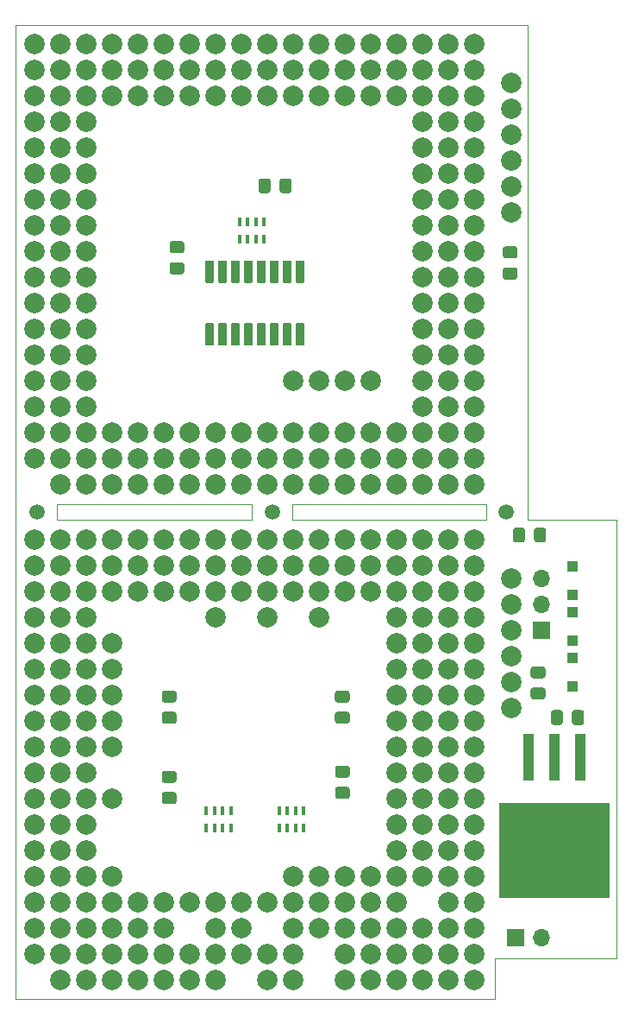
<source format=gts>
%TF.GenerationSoftware,KiCad,Pcbnew,5.1.9*%
%TF.CreationDate,2021-04-08T00:50:33+02:00*%
%TF.ProjectId,68040_68060_adapter,36383034-305f-4363-9830-36305f616461,rev?*%
%TF.SameCoordinates,Original*%
%TF.FileFunction,Soldermask,Top*%
%TF.FilePolarity,Negative*%
%FSLAX46Y46*%
G04 Gerber Fmt 4.6, Leading zero omitted, Abs format (unit mm)*
G04 Created by KiCad (PCBNEW 5.1.9) date 2021-04-08 00:50:33*
%MOMM*%
%LPD*%
G01*
G04 APERTURE LIST*
%TA.AperFunction,Profile*%
%ADD10C,0.050000*%
%TD*%
%ADD11C,1.500000*%
%ADD12R,10.800000X9.400000*%
%ADD13R,1.100000X4.600000*%
%ADD14C,2.012400*%
%ADD15R,0.400000X0.900000*%
%ADD16R,1.100000X1.100000*%
%ADD17O,1.700000X1.700000*%
%ADD18R,1.700000X1.700000*%
G04 APERTURE END LIST*
D10*
X158750000Y-135128000D02*
X170688000Y-135128000D01*
X158750000Y-139141200D02*
X158750000Y-135128000D01*
X157930000Y-92140000D02*
X138810000Y-92140000D01*
X138810000Y-90550000D02*
X157930000Y-90550000D01*
X157930000Y-90550000D02*
X157930000Y-92140000D01*
X138810000Y-90550000D02*
X138810000Y-92140000D01*
X111644200Y-43561000D02*
X111644200Y-139141000D01*
X134850000Y-92140000D02*
X115730000Y-92140000D01*
X115730000Y-90550000D02*
X134850000Y-90550000D01*
X134850000Y-90550000D02*
X134850000Y-92140000D01*
X161928800Y-92151000D02*
X161928800Y-43561000D01*
X170699200Y-92151000D02*
X161928800Y-92151000D01*
X115730000Y-90550000D02*
X115730000Y-92140000D01*
X161928800Y-43561000D02*
X111644200Y-43561000D01*
X111644200Y-139141000D02*
X158750000Y-139141200D01*
X170688000Y-135128000D02*
X170699200Y-92151000D01*
D11*
X159867600Y-91363800D03*
X136906000Y-91338400D03*
X113766600Y-91338400D03*
D12*
X164592000Y-124533000D03*
D13*
X162052000Y-115383000D03*
X164592000Y-115383000D03*
X167132000Y-115383000D03*
G36*
G01*
X159752000Y-67376000D02*
X160702000Y-67376000D01*
G75*
G02*
X160952000Y-67626000I0J-250000D01*
G01*
X160952000Y-68301000D01*
G75*
G02*
X160702000Y-68551000I-250000J0D01*
G01*
X159752000Y-68551000D01*
G75*
G02*
X159502000Y-68301000I0J250000D01*
G01*
X159502000Y-67626000D01*
G75*
G02*
X159752000Y-67376000I250000J0D01*
G01*
G37*
G36*
G01*
X159752000Y-65301000D02*
X160702000Y-65301000D01*
G75*
G02*
X160952000Y-65551000I0J-250000D01*
G01*
X160952000Y-66226000D01*
G75*
G02*
X160702000Y-66476000I-250000J0D01*
G01*
X159752000Y-66476000D01*
G75*
G02*
X159502000Y-66226000I0J250000D01*
G01*
X159502000Y-65551000D01*
G75*
G02*
X159752000Y-65301000I250000J0D01*
G01*
G37*
G36*
G01*
X162590000Y-94085000D02*
X162590000Y-93135000D01*
G75*
G02*
X162840000Y-92885000I250000J0D01*
G01*
X163515000Y-92885000D01*
G75*
G02*
X163765000Y-93135000I0J-250000D01*
G01*
X163765000Y-94085000D01*
G75*
G02*
X163515000Y-94335000I-250000J0D01*
G01*
X162840000Y-94335000D01*
G75*
G02*
X162590000Y-94085000I0J250000D01*
G01*
G37*
G36*
G01*
X160515000Y-94085000D02*
X160515000Y-93135000D01*
G75*
G02*
X160765000Y-92885000I250000J0D01*
G01*
X161440000Y-92885000D01*
G75*
G02*
X161690000Y-93135000I0J-250000D01*
G01*
X161690000Y-94085000D01*
G75*
G02*
X161440000Y-94335000I-250000J0D01*
G01*
X160765000Y-94335000D01*
G75*
G02*
X160515000Y-94085000I0J250000D01*
G01*
G37*
G36*
G01*
X166312000Y-111981000D02*
X166312000Y-111031000D01*
G75*
G02*
X166562000Y-110781000I250000J0D01*
G01*
X167237000Y-110781000D01*
G75*
G02*
X167487000Y-111031000I0J-250000D01*
G01*
X167487000Y-111981000D01*
G75*
G02*
X167237000Y-112231000I-250000J0D01*
G01*
X166562000Y-112231000D01*
G75*
G02*
X166312000Y-111981000I0J250000D01*
G01*
G37*
G36*
G01*
X164237000Y-111981000D02*
X164237000Y-111031000D01*
G75*
G02*
X164487000Y-110781000I250000J0D01*
G01*
X165162000Y-110781000D01*
G75*
G02*
X165412000Y-111031000I0J-250000D01*
G01*
X165412000Y-111981000D01*
G75*
G02*
X165162000Y-112231000I-250000J0D01*
G01*
X164487000Y-112231000D01*
G75*
G02*
X164237000Y-111981000I0J250000D01*
G01*
G37*
G36*
G01*
X163445880Y-107661520D02*
X162495880Y-107661520D01*
G75*
G02*
X162245880Y-107411520I0J250000D01*
G01*
X162245880Y-106736520D01*
G75*
G02*
X162495880Y-106486520I250000J0D01*
G01*
X163445880Y-106486520D01*
G75*
G02*
X163695880Y-106736520I0J-250000D01*
G01*
X163695880Y-107411520D01*
G75*
G02*
X163445880Y-107661520I-250000J0D01*
G01*
G37*
G36*
G01*
X163445880Y-109736520D02*
X162495880Y-109736520D01*
G75*
G02*
X162245880Y-109486520I0J250000D01*
G01*
X162245880Y-108811520D01*
G75*
G02*
X162495880Y-108561520I250000J0D01*
G01*
X163445880Y-108561520D01*
G75*
G02*
X163695880Y-108811520I0J-250000D01*
G01*
X163695880Y-109486520D01*
G75*
G02*
X163445880Y-109736520I-250000J0D01*
G01*
G37*
G36*
G01*
X127988450Y-65971000D02*
X127038450Y-65971000D01*
G75*
G02*
X126788450Y-65721000I0J250000D01*
G01*
X126788450Y-65046000D01*
G75*
G02*
X127038450Y-64796000I250000J0D01*
G01*
X127988450Y-64796000D01*
G75*
G02*
X128238450Y-65046000I0J-250000D01*
G01*
X128238450Y-65721000D01*
G75*
G02*
X127988450Y-65971000I-250000J0D01*
G01*
G37*
G36*
G01*
X127988450Y-68046000D02*
X127038450Y-68046000D01*
G75*
G02*
X126788450Y-67796000I0J250000D01*
G01*
X126788450Y-67121000D01*
G75*
G02*
X127038450Y-66871000I250000J0D01*
G01*
X127988450Y-66871000D01*
G75*
G02*
X128238450Y-67121000I0J-250000D01*
G01*
X128238450Y-67796000D01*
G75*
G02*
X127988450Y-68046000I-250000J0D01*
G01*
G37*
G36*
G01*
X137600200Y-59827200D02*
X137600200Y-58877200D01*
G75*
G02*
X137850200Y-58627200I250000J0D01*
G01*
X138525200Y-58627200D01*
G75*
G02*
X138775200Y-58877200I0J-250000D01*
G01*
X138775200Y-59827200D01*
G75*
G02*
X138525200Y-60077200I-250000J0D01*
G01*
X137850200Y-60077200D01*
G75*
G02*
X137600200Y-59827200I0J250000D01*
G01*
G37*
G36*
G01*
X135525200Y-59827200D02*
X135525200Y-58877200D01*
G75*
G02*
X135775200Y-58627200I250000J0D01*
G01*
X136450200Y-58627200D01*
G75*
G02*
X136700200Y-58877200I0J-250000D01*
G01*
X136700200Y-59827200D01*
G75*
G02*
X136450200Y-60077200I-250000J0D01*
G01*
X135775200Y-60077200D01*
G75*
G02*
X135525200Y-59827200I0J250000D01*
G01*
G37*
G36*
G01*
X127221000Y-117914000D02*
X126271000Y-117914000D01*
G75*
G02*
X126021000Y-117664000I0J250000D01*
G01*
X126021000Y-116989000D01*
G75*
G02*
X126271000Y-116739000I250000J0D01*
G01*
X127221000Y-116739000D01*
G75*
G02*
X127471000Y-116989000I0J-250000D01*
G01*
X127471000Y-117664000D01*
G75*
G02*
X127221000Y-117914000I-250000J0D01*
G01*
G37*
G36*
G01*
X127221000Y-119989000D02*
X126271000Y-119989000D01*
G75*
G02*
X126021000Y-119739000I0J250000D01*
G01*
X126021000Y-119064000D01*
G75*
G02*
X126271000Y-118814000I250000J0D01*
G01*
X127221000Y-118814000D01*
G75*
G02*
X127471000Y-119064000I0J-250000D01*
G01*
X127471000Y-119739000D01*
G75*
G02*
X127221000Y-119989000I-250000J0D01*
G01*
G37*
G36*
G01*
X143281800Y-110940000D02*
X144231800Y-110940000D01*
G75*
G02*
X144481800Y-111190000I0J-250000D01*
G01*
X144481800Y-111865000D01*
G75*
G02*
X144231800Y-112115000I-250000J0D01*
G01*
X143281800Y-112115000D01*
G75*
G02*
X143031800Y-111865000I0J250000D01*
G01*
X143031800Y-111190000D01*
G75*
G02*
X143281800Y-110940000I250000J0D01*
G01*
G37*
G36*
G01*
X143281800Y-108865000D02*
X144231800Y-108865000D01*
G75*
G02*
X144481800Y-109115000I0J-250000D01*
G01*
X144481800Y-109790000D01*
G75*
G02*
X144231800Y-110040000I-250000J0D01*
G01*
X143281800Y-110040000D01*
G75*
G02*
X143031800Y-109790000I0J250000D01*
G01*
X143031800Y-109115000D01*
G75*
G02*
X143281800Y-108865000I250000J0D01*
G01*
G37*
G36*
G01*
X126271000Y-110940000D02*
X127221000Y-110940000D01*
G75*
G02*
X127471000Y-111190000I0J-250000D01*
G01*
X127471000Y-111865000D01*
G75*
G02*
X127221000Y-112115000I-250000J0D01*
G01*
X126271000Y-112115000D01*
G75*
G02*
X126021000Y-111865000I0J250000D01*
G01*
X126021000Y-111190000D01*
G75*
G02*
X126271000Y-110940000I250000J0D01*
G01*
G37*
G36*
G01*
X126271000Y-108865000D02*
X127221000Y-108865000D01*
G75*
G02*
X127471000Y-109115000I0J-250000D01*
G01*
X127471000Y-109790000D01*
G75*
G02*
X127221000Y-110040000I-250000J0D01*
G01*
X126271000Y-110040000D01*
G75*
G02*
X126021000Y-109790000I0J250000D01*
G01*
X126021000Y-109115000D01*
G75*
G02*
X126271000Y-108865000I250000J0D01*
G01*
G37*
G36*
G01*
X144235400Y-117406000D02*
X143285400Y-117406000D01*
G75*
G02*
X143035400Y-117156000I0J250000D01*
G01*
X143035400Y-116481000D01*
G75*
G02*
X143285400Y-116231000I250000J0D01*
G01*
X144235400Y-116231000D01*
G75*
G02*
X144485400Y-116481000I0J-250000D01*
G01*
X144485400Y-117156000D01*
G75*
G02*
X144235400Y-117406000I-250000J0D01*
G01*
G37*
G36*
G01*
X144235400Y-119481000D02*
X143285400Y-119481000D01*
G75*
G02*
X143035400Y-119231000I0J250000D01*
G01*
X143035400Y-118556000D01*
G75*
G02*
X143285400Y-118306000I250000J0D01*
G01*
X144235400Y-118306000D01*
G75*
G02*
X144485400Y-118556000I0J-250000D01*
G01*
X144485400Y-119231000D01*
G75*
G02*
X144235400Y-119481000I-250000J0D01*
G01*
G37*
D14*
X138949200Y-127076000D03*
X141489200Y-127076000D03*
X144029200Y-127076000D03*
X146569200Y-127076000D03*
X160328000Y-110566000D03*
X160328000Y-108026000D03*
X160328000Y-105486000D03*
X160328000Y-102946000D03*
X160328000Y-100406000D03*
X160328000Y-97866000D03*
X138967200Y-78486000D03*
X141507200Y-78486000D03*
X144047200Y-78486000D03*
X146587200Y-78486000D03*
X160346000Y-49276000D03*
X160346000Y-51816000D03*
X160346000Y-54356000D03*
X160346000Y-56896000D03*
X160346000Y-59436000D03*
X160346000Y-61976000D03*
X113567200Y-45466000D03*
X116107200Y-45466000D03*
X118647200Y-45466000D03*
X121187200Y-45466000D03*
X123727200Y-45466000D03*
X126267200Y-45466000D03*
X128807200Y-45466000D03*
X131347200Y-45466000D03*
X133887200Y-45466000D03*
X136427200Y-45466000D03*
X138967200Y-45466000D03*
X141507200Y-45466000D03*
X144047200Y-45466000D03*
X144047200Y-48006000D03*
X113567200Y-73406000D03*
X113567200Y-70866000D03*
X113567200Y-68326000D03*
X113567200Y-65786000D03*
X113567200Y-63246000D03*
X113567200Y-60706000D03*
X113567200Y-58166000D03*
X113567200Y-55626000D03*
X113567200Y-53086000D03*
X113567200Y-48006000D03*
X116107200Y-48006000D03*
X118647200Y-48006000D03*
X121187200Y-48006000D03*
X123727200Y-48006000D03*
X126267200Y-48006000D03*
X128807200Y-48006000D03*
X131347200Y-48006000D03*
X133887200Y-48006000D03*
X136427200Y-48006000D03*
X138967200Y-48006000D03*
X141507200Y-48006000D03*
X144047200Y-83566000D03*
X144047200Y-86106000D03*
X116107200Y-73406000D03*
X116107200Y-70866000D03*
X116107200Y-68326000D03*
X116107200Y-65786000D03*
X116107200Y-63246000D03*
X116107200Y-60706000D03*
X116107200Y-58166000D03*
X116107200Y-55626000D03*
X116107200Y-53086000D03*
X116107200Y-75946000D03*
X144047200Y-88646000D03*
X141507200Y-88646000D03*
X138967200Y-88646000D03*
X136427200Y-88646000D03*
X133887200Y-88646000D03*
X131347200Y-88646000D03*
X128807200Y-88646000D03*
X126267200Y-88646000D03*
X123727200Y-88646000D03*
X121187200Y-88646000D03*
X118647200Y-75946000D03*
X144047200Y-50546000D03*
X113567200Y-50546000D03*
X141507200Y-50546000D03*
X138967200Y-50546000D03*
X136427200Y-50546000D03*
X133887200Y-50546000D03*
X131347200Y-50546000D03*
X128807200Y-50546000D03*
X126267200Y-50546000D03*
X123727200Y-50546000D03*
X121187200Y-50546000D03*
X118647200Y-50546000D03*
X116107200Y-50546000D03*
X113567200Y-75946000D03*
X118647200Y-73406000D03*
X118647200Y-70866000D03*
X118647200Y-68326000D03*
X118647200Y-65786000D03*
X118647200Y-63246000D03*
X118647200Y-60706000D03*
X118647200Y-58166000D03*
X118647200Y-55626000D03*
X118647200Y-53086000D03*
X141507200Y-86106000D03*
X141507200Y-83566000D03*
X121187200Y-86106000D03*
X123727200Y-86106000D03*
X126267200Y-86106000D03*
X128807200Y-86106000D03*
X131347200Y-86106000D03*
X133887200Y-86106000D03*
X136427200Y-86106000D03*
X138967200Y-86106000D03*
X138967200Y-83566000D03*
X136427200Y-83566000D03*
X133887200Y-83566000D03*
X131347200Y-83566000D03*
X128807200Y-83566000D03*
X126267200Y-83566000D03*
X123727200Y-83566000D03*
X121187200Y-83566000D03*
X113567200Y-78486000D03*
X113567200Y-81026000D03*
X113567200Y-83566000D03*
X113567200Y-86106000D03*
X146587200Y-45466000D03*
X149127200Y-45466000D03*
X151667200Y-45466000D03*
X154207200Y-45466000D03*
X116107200Y-78486000D03*
X118647200Y-78486000D03*
X116107200Y-81026000D03*
X118647200Y-81026000D03*
X118647200Y-83566000D03*
X118647200Y-86106000D03*
X118647200Y-88646000D03*
X116107200Y-88646000D03*
X116107200Y-86106000D03*
X116107200Y-83566000D03*
X146587200Y-48006000D03*
X146587200Y-50546000D03*
X149127200Y-48006000D03*
X149127200Y-50546000D03*
X151667200Y-48006000D03*
X151667200Y-50546000D03*
X154207200Y-48006000D03*
X154207200Y-50546000D03*
X156747200Y-48006000D03*
X156747200Y-50546000D03*
X151667200Y-53086000D03*
X154207200Y-53086000D03*
X156747200Y-53086000D03*
X151667200Y-55626000D03*
X154207200Y-55626000D03*
X156747200Y-55626000D03*
X151667200Y-58166000D03*
X154207200Y-58166000D03*
X156747200Y-58166000D03*
X151667200Y-60706000D03*
X151667200Y-63246000D03*
X151667200Y-65786000D03*
X151667200Y-68326000D03*
X151667200Y-70866000D03*
X151667200Y-73406000D03*
X151667200Y-75946000D03*
X151667200Y-78486000D03*
X151667200Y-81026000D03*
X151667200Y-83566000D03*
X151667200Y-86106000D03*
X151667200Y-88646000D03*
X154207200Y-88646000D03*
X154207200Y-86106000D03*
X154207200Y-83566000D03*
X154207200Y-81026000D03*
X154207200Y-78486000D03*
X154207200Y-75946000D03*
X154207200Y-73406000D03*
X154207200Y-70866000D03*
X154207200Y-68326000D03*
X154207200Y-65786000D03*
X154207200Y-63246000D03*
X154207200Y-60706000D03*
X156747200Y-60706000D03*
X156747200Y-63246000D03*
X156747200Y-65786000D03*
X156747200Y-68326000D03*
X156747200Y-70866000D03*
X156747200Y-73406000D03*
X156747200Y-75946000D03*
X156747200Y-78486000D03*
X156747200Y-81026000D03*
X156747200Y-83566000D03*
X156747200Y-86106000D03*
X146587200Y-83566000D03*
X149127200Y-83566000D03*
X149127200Y-86106000D03*
X149127200Y-88646000D03*
X146587200Y-88646000D03*
X146587200Y-86106000D03*
X156747200Y-88646000D03*
X156747200Y-45466000D03*
X121169200Y-127076000D03*
X149109200Y-127076000D03*
X149109200Y-124536000D03*
X149109200Y-121996000D03*
X149109200Y-119456000D03*
X149109200Y-116916000D03*
X149109200Y-114376000D03*
X149109200Y-111836000D03*
X149109200Y-109296000D03*
X149109200Y-106756000D03*
X149109200Y-104216000D03*
X149109200Y-129616000D03*
X146569200Y-129616000D03*
X144029200Y-129616000D03*
X141489200Y-129616000D03*
X138949200Y-129616000D03*
X136409200Y-129616000D03*
X133869200Y-129616000D03*
X131329200Y-129616000D03*
X128789200Y-129616000D03*
X126249200Y-129616000D03*
X123709200Y-129616000D03*
X121169200Y-129616000D03*
X121169200Y-119456000D03*
X121169200Y-114376000D03*
X121169200Y-111836000D03*
X121169200Y-109296000D03*
X121169200Y-106756000D03*
X121169200Y-104216000D03*
X149109200Y-101676000D03*
X141489200Y-101676000D03*
X136409200Y-101676000D03*
X131329200Y-101676000D03*
X156729200Y-94056000D03*
X156729200Y-137236000D03*
X146569200Y-134696000D03*
X146569200Y-137236000D03*
X149109200Y-137236000D03*
X149109200Y-134696000D03*
X149109200Y-132156000D03*
X146569200Y-132156000D03*
X156729200Y-134696000D03*
X156729200Y-132156000D03*
X156729200Y-129616000D03*
X156729200Y-127076000D03*
X156729200Y-124536000D03*
X156729200Y-121996000D03*
X156729200Y-119456000D03*
X156729200Y-116916000D03*
X156729200Y-114376000D03*
X156729200Y-111836000D03*
X156729200Y-109296000D03*
X154189200Y-109296000D03*
X154189200Y-111836000D03*
X154189200Y-114376000D03*
X154189200Y-116916000D03*
X154189200Y-119456000D03*
X154189200Y-121996000D03*
X154189200Y-124536000D03*
X154189200Y-127076000D03*
X154189200Y-129616000D03*
X154189200Y-132156000D03*
X154189200Y-134696000D03*
X154189200Y-137236000D03*
X151649200Y-137236000D03*
X151649200Y-134696000D03*
X151649200Y-132156000D03*
X151649200Y-127076000D03*
X151649200Y-124536000D03*
X151649200Y-121996000D03*
X151649200Y-119456000D03*
X151649200Y-116916000D03*
X151649200Y-114376000D03*
X151649200Y-111836000D03*
X151649200Y-109296000D03*
X156729200Y-106756000D03*
X154189200Y-106756000D03*
X151649200Y-106756000D03*
X156729200Y-104216000D03*
X154189200Y-104216000D03*
X151649200Y-104216000D03*
X156729200Y-101676000D03*
X154189200Y-101676000D03*
X151649200Y-101676000D03*
X156729200Y-99136000D03*
X156729200Y-96596000D03*
X154189200Y-99136000D03*
X154189200Y-96596000D03*
X151649200Y-99136000D03*
X151649200Y-96596000D03*
X149109200Y-99136000D03*
X149109200Y-96596000D03*
X146569200Y-99136000D03*
X146569200Y-96596000D03*
X116089200Y-132156000D03*
X116089200Y-134696000D03*
X116089200Y-137236000D03*
X118629200Y-137236000D03*
X118629200Y-134696000D03*
X118629200Y-132156000D03*
X118629200Y-129616000D03*
X116089200Y-129616000D03*
X118629200Y-127076000D03*
X116089200Y-127076000D03*
X154189200Y-94056000D03*
X151649200Y-94056000D03*
X149109200Y-94056000D03*
X146569200Y-94056000D03*
X113549200Y-134696000D03*
X113549200Y-132156000D03*
X113549200Y-129616000D03*
X113549200Y-127076000D03*
X121169200Y-132156000D03*
X123709200Y-132156000D03*
X126249200Y-132156000D03*
X131329200Y-132156000D03*
X133869200Y-132156000D03*
X138949200Y-132156000D03*
X138949200Y-134696000D03*
X136409200Y-134696000D03*
X133869200Y-134696000D03*
X131329200Y-134696000D03*
X128789200Y-134696000D03*
X126249200Y-134696000D03*
X123709200Y-134696000D03*
X121169200Y-134696000D03*
X141489200Y-132156000D03*
X118629200Y-101676000D03*
X118629200Y-104216000D03*
X118629200Y-106756000D03*
X118629200Y-109296000D03*
X118629200Y-111836000D03*
X118629200Y-114376000D03*
X118629200Y-116916000D03*
X118629200Y-119456000D03*
X118629200Y-121996000D03*
X113549200Y-124536000D03*
X116089200Y-99136000D03*
X118629200Y-99136000D03*
X121169200Y-99136000D03*
X123709200Y-99136000D03*
X126249200Y-99136000D03*
X128789200Y-99136000D03*
X131329200Y-99136000D03*
X133869200Y-99136000D03*
X136409200Y-99136000D03*
X138949200Y-99136000D03*
X141489200Y-99136000D03*
X113549200Y-99136000D03*
X144029200Y-99136000D03*
X118629200Y-124536000D03*
X121169200Y-137236000D03*
X123709200Y-137236000D03*
X126249200Y-137236000D03*
X128789200Y-137236000D03*
X131329200Y-137236000D03*
X136409200Y-137236000D03*
X138949200Y-137236000D03*
X144029200Y-137236000D03*
X116089200Y-124536000D03*
X116089200Y-101676000D03*
X116089200Y-104216000D03*
X116089200Y-106756000D03*
X116089200Y-109296000D03*
X116089200Y-111836000D03*
X116089200Y-114376000D03*
X116089200Y-116916000D03*
X116089200Y-119456000D03*
X116089200Y-121996000D03*
X144029200Y-134696000D03*
X144029200Y-132156000D03*
X141489200Y-96596000D03*
X138949200Y-96596000D03*
X136409200Y-96596000D03*
X133869200Y-96596000D03*
X131329200Y-96596000D03*
X128789200Y-96596000D03*
X126249200Y-96596000D03*
X123709200Y-96596000D03*
X121169200Y-96596000D03*
X118629200Y-96596000D03*
X116089200Y-96596000D03*
X113549200Y-96596000D03*
X113549200Y-101676000D03*
X113549200Y-104216000D03*
X113549200Y-106756000D03*
X113549200Y-109296000D03*
X113549200Y-111836000D03*
X113549200Y-114376000D03*
X113549200Y-116916000D03*
X113549200Y-119456000D03*
X113549200Y-121996000D03*
X144029200Y-96596000D03*
X144029200Y-94056000D03*
X141489200Y-94056000D03*
X138949200Y-94056000D03*
X136409200Y-94056000D03*
X133869200Y-94056000D03*
X131329200Y-94056000D03*
X128789200Y-94056000D03*
X126249200Y-94056000D03*
X123709200Y-94056000D03*
X121169200Y-94056000D03*
X118629200Y-94056000D03*
X116089200Y-94056000D03*
X113549200Y-94056000D03*
D15*
X133675000Y-64575000D03*
X134475000Y-64575000D03*
X135275000Y-64575000D03*
X136075000Y-64575000D03*
X133675000Y-62875000D03*
X136075000Y-62875000D03*
X134475000Y-62875000D03*
X135275000Y-62875000D03*
X139175000Y-120625000D03*
X138375000Y-120625000D03*
X139975000Y-120625000D03*
X137575000Y-120625000D03*
X139975000Y-122325000D03*
X139175000Y-122325000D03*
X138375000Y-122325000D03*
X137575000Y-122325000D03*
X130400000Y-122325000D03*
X131200000Y-122325000D03*
X132000000Y-122325000D03*
X132800000Y-122325000D03*
X130400000Y-120625000D03*
X132800000Y-120625000D03*
X131200000Y-120625000D03*
X132000000Y-120625000D03*
D16*
X166400000Y-99450000D03*
X166400000Y-96650000D03*
X166400000Y-101150000D03*
X166400000Y-103950000D03*
X166400000Y-108475000D03*
X166400000Y-105675000D03*
D17*
X163322000Y-133096000D03*
D18*
X160782000Y-133096000D03*
X163350000Y-102950000D03*
D17*
X163350000Y-100410000D03*
X163350000Y-97870000D03*
G36*
G01*
X139195800Y-68808600D02*
X139195800Y-66776600D01*
G75*
G02*
X139272000Y-66700400I76200J0D01*
G01*
X139932400Y-66700400D01*
G75*
G02*
X140008600Y-66776600I0J-76200D01*
G01*
X140008600Y-68808600D01*
G75*
G02*
X139932400Y-68884800I-76200J0D01*
G01*
X139272000Y-68884800D01*
G75*
G02*
X139195800Y-68808600I0J76200D01*
G01*
G37*
G36*
G01*
X139195800Y-74955400D02*
X139195800Y-72923400D01*
G75*
G02*
X139272000Y-72847200I76200J0D01*
G01*
X139932400Y-72847200D01*
G75*
G02*
X140008600Y-72923400I0J-76200D01*
G01*
X140008600Y-74955400D01*
G75*
G02*
X139932400Y-75031600I-76200J0D01*
G01*
X139272000Y-75031600D01*
G75*
G02*
X139195800Y-74955400I0J76200D01*
G01*
G37*
G36*
G01*
X137925800Y-68808600D02*
X137925800Y-66776600D01*
G75*
G02*
X138002000Y-66700400I76200J0D01*
G01*
X138662400Y-66700400D01*
G75*
G02*
X138738600Y-66776600I0J-76200D01*
G01*
X138738600Y-68808600D01*
G75*
G02*
X138662400Y-68884800I-76200J0D01*
G01*
X138002000Y-68884800D01*
G75*
G02*
X137925800Y-68808600I0J76200D01*
G01*
G37*
G36*
G01*
X136655800Y-68808600D02*
X136655800Y-66776600D01*
G75*
G02*
X136732000Y-66700400I76200J0D01*
G01*
X137392400Y-66700400D01*
G75*
G02*
X137468600Y-66776600I0J-76200D01*
G01*
X137468600Y-68808600D01*
G75*
G02*
X137392400Y-68884800I-76200J0D01*
G01*
X136732000Y-68884800D01*
G75*
G02*
X136655800Y-68808600I0J76200D01*
G01*
G37*
G36*
G01*
X137925800Y-74955400D02*
X137925800Y-72923400D01*
G75*
G02*
X138002000Y-72847200I76200J0D01*
G01*
X138662400Y-72847200D01*
G75*
G02*
X138738600Y-72923400I0J-76200D01*
G01*
X138738600Y-74955400D01*
G75*
G02*
X138662400Y-75031600I-76200J0D01*
G01*
X138002000Y-75031600D01*
G75*
G02*
X137925800Y-74955400I0J76200D01*
G01*
G37*
G36*
G01*
X136655800Y-74955400D02*
X136655800Y-72923400D01*
G75*
G02*
X136732000Y-72847200I76200J0D01*
G01*
X137392400Y-72847200D01*
G75*
G02*
X137468600Y-72923400I0J-76200D01*
G01*
X137468600Y-74955400D01*
G75*
G02*
X137392400Y-75031600I-76200J0D01*
G01*
X136732000Y-75031600D01*
G75*
G02*
X136655800Y-74955400I0J76200D01*
G01*
G37*
G36*
G01*
X135385800Y-68808600D02*
X135385800Y-66776600D01*
G75*
G02*
X135462000Y-66700400I76200J0D01*
G01*
X136122400Y-66700400D01*
G75*
G02*
X136198600Y-66776600I0J-76200D01*
G01*
X136198600Y-68808600D01*
G75*
G02*
X136122400Y-68884800I-76200J0D01*
G01*
X135462000Y-68884800D01*
G75*
G02*
X135385800Y-68808600I0J76200D01*
G01*
G37*
G36*
G01*
X135385800Y-74955400D02*
X135385800Y-72923400D01*
G75*
G02*
X135462000Y-72847200I76200J0D01*
G01*
X136122400Y-72847200D01*
G75*
G02*
X136198600Y-72923400I0J-76200D01*
G01*
X136198600Y-74955400D01*
G75*
G02*
X136122400Y-75031600I-76200J0D01*
G01*
X135462000Y-75031600D01*
G75*
G02*
X135385800Y-74955400I0J76200D01*
G01*
G37*
G36*
G01*
X134115800Y-68808600D02*
X134115800Y-66776600D01*
G75*
G02*
X134192000Y-66700400I76200J0D01*
G01*
X134852400Y-66700400D01*
G75*
G02*
X134928600Y-66776600I0J-76200D01*
G01*
X134928600Y-68808600D01*
G75*
G02*
X134852400Y-68884800I-76200J0D01*
G01*
X134192000Y-68884800D01*
G75*
G02*
X134115800Y-68808600I0J76200D01*
G01*
G37*
G36*
G01*
X134115800Y-74955400D02*
X134115800Y-72923400D01*
G75*
G02*
X134192000Y-72847200I76200J0D01*
G01*
X134852400Y-72847200D01*
G75*
G02*
X134928600Y-72923400I0J-76200D01*
G01*
X134928600Y-74955400D01*
G75*
G02*
X134852400Y-75031600I-76200J0D01*
G01*
X134192000Y-75031600D01*
G75*
G02*
X134115800Y-74955400I0J76200D01*
G01*
G37*
G36*
G01*
X132845800Y-68808600D02*
X132845800Y-66776600D01*
G75*
G02*
X132922000Y-66700400I76200J0D01*
G01*
X133582400Y-66700400D01*
G75*
G02*
X133658600Y-66776600I0J-76200D01*
G01*
X133658600Y-68808600D01*
G75*
G02*
X133582400Y-68884800I-76200J0D01*
G01*
X132922000Y-68884800D01*
G75*
G02*
X132845800Y-68808600I0J76200D01*
G01*
G37*
G36*
G01*
X131575800Y-68808600D02*
X131575800Y-66776600D01*
G75*
G02*
X131652000Y-66700400I76200J0D01*
G01*
X132312400Y-66700400D01*
G75*
G02*
X132388600Y-66776600I0J-76200D01*
G01*
X132388600Y-68808600D01*
G75*
G02*
X132312400Y-68884800I-76200J0D01*
G01*
X131652000Y-68884800D01*
G75*
G02*
X131575800Y-68808600I0J76200D01*
G01*
G37*
G36*
G01*
X132845800Y-74955400D02*
X132845800Y-72923400D01*
G75*
G02*
X132922000Y-72847200I76200J0D01*
G01*
X133582400Y-72847200D01*
G75*
G02*
X133658600Y-72923400I0J-76200D01*
G01*
X133658600Y-74955400D01*
G75*
G02*
X133582400Y-75031600I-76200J0D01*
G01*
X132922000Y-75031600D01*
G75*
G02*
X132845800Y-74955400I0J76200D01*
G01*
G37*
G36*
G01*
X131575800Y-74955400D02*
X131575800Y-72923400D01*
G75*
G02*
X131652000Y-72847200I76200J0D01*
G01*
X132312400Y-72847200D01*
G75*
G02*
X132388600Y-72923400I0J-76200D01*
G01*
X132388600Y-74955400D01*
G75*
G02*
X132312400Y-75031600I-76200J0D01*
G01*
X131652000Y-75031600D01*
G75*
G02*
X131575800Y-74955400I0J76200D01*
G01*
G37*
G36*
G01*
X130305800Y-68808600D02*
X130305800Y-66776600D01*
G75*
G02*
X130382000Y-66700400I76200J0D01*
G01*
X131042400Y-66700400D01*
G75*
G02*
X131118600Y-66776600I0J-76200D01*
G01*
X131118600Y-68808600D01*
G75*
G02*
X131042400Y-68884800I-76200J0D01*
G01*
X130382000Y-68884800D01*
G75*
G02*
X130305800Y-68808600I0J76200D01*
G01*
G37*
G36*
G01*
X130305800Y-74955400D02*
X130305800Y-72923400D01*
G75*
G02*
X130382000Y-72847200I76200J0D01*
G01*
X131042400Y-72847200D01*
G75*
G02*
X131118600Y-72923400I0J-76200D01*
G01*
X131118600Y-74955400D01*
G75*
G02*
X131042400Y-75031600I-76200J0D01*
G01*
X130382000Y-75031600D01*
G75*
G02*
X130305800Y-74955400I0J76200D01*
G01*
G37*
M02*

</source>
